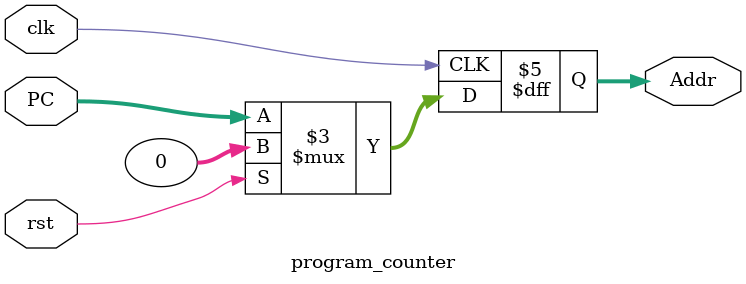
<source format=sv>
module program_counter (
	input  logic clk,rst,
	input  logic [31:0] PC,
	output logic [31:0] Addr
);

	always_ff @(posedge clk) begin
	 if (rst) 
	   		Addr <= 32'd0;
	 else 
			Addr <= PC;
	end	
endmodule

</source>
